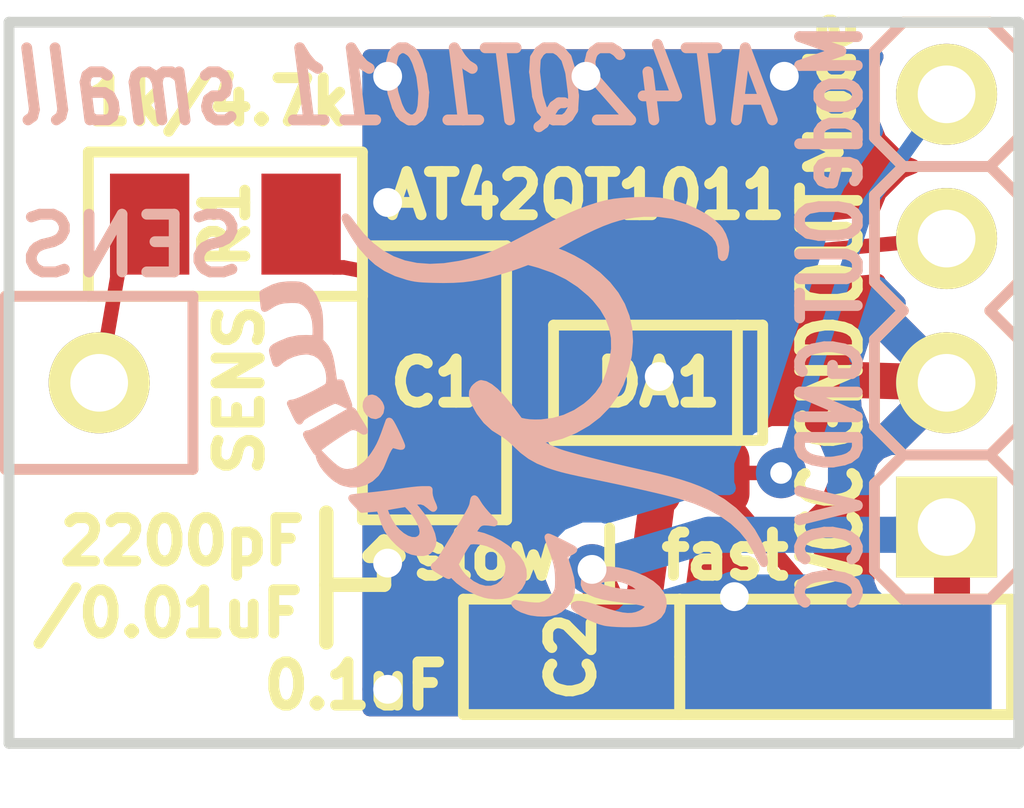
<source format=kicad_pcb>
(kicad_pcb (version 4) (host pcbnew "(2014-07-12 BZR 4289 GOST-COMMITTERS)-product")

  (general
    (links 13)
    (no_connects 0)
    (area 99.674999 48.655 115.746429 60.900001)
    (thickness 1.6)
    (drawings 18)
    (tracks 82)
    (zones 0)
    (modules 9)
    (nets 8)
  )

  (page A4)
  (layers
    (0 F.Cu signal)
    (31 B.Cu signal)
    (36 B.SilkS user)
    (37 F.SilkS user)
    (38 B.Mask user)
    (39 F.Mask user)
    (40 Dwgs.User user)
    (44 Edge.Cuts user)
  )

  (setup
    (last_trace_width 0.2)
    (trace_clearance 0.2)
    (zone_clearance 0.3)
    (zone_45_only no)
    (trace_min 0.2)
    (segment_width 0.1)
    (edge_width 0.15)
    (via_size 0.7)
    (via_drill 0.3)
    (via_min_size 0.7)
    (via_min_drill 0.3)
    (uvia_size 0.7)
    (uvia_drill 0.3)
    (uvias_allowed no)
    (uvia_min_size 0.508)
    (uvia_min_drill 0.127)
    (pcb_text_width 0.3)
    (pcb_text_size 1.5 1.5)
    (mod_edge_width 0.15)
    (mod_text_size 1.5 1.5)
    (mod_text_width 0.15)
    (pad_size 1.4 1.4)
    (pad_drill 0.8)
    (pad_to_mask_clearance 0.2)
    (aux_axis_origin 0 0)
    (visible_elements 7FFFF77F)
    (pcbplotparams
      (layerselection 0x010f0_80000001)
      (usegerberextensions true)
      (gerberprecision 5)
      (excludeedgelayer true)
      (linewidth 0.150000)
      (plotframeref false)
      (viasonmask false)
      (mode 1)
      (useauxorigin false)
      (hpglpennumber 1)
      (hpglpenspeed 20)
      (hpglpendiameter 15)
      (hpglpenoverlay 2)
      (psnegative false)
      (psa4output false)
      (plotreference true)
      (plotvalue true)
      (plotinvisibletext false)
      (padsonsilk false)
      (subtractmaskfromsilk false)
      (outputformat 1)
      (mirror false)
      (drillshape 0)
      (scaleselection 1)
      (outputdirectory Gerber/))
  )

  (net 0 "")
  (net 1 GND)
  (net 2 "Net-(E1-Pad1)")
  (net 3 "Net-(C1-Pad1)")
  (net 4 "Net-(C1-Pad2)")
  (net 5 /Out)
  (net 6 /mode)
  (net 7 /+VCC)

  (net_class Default "Это класс цепей по умолчанию."
    (clearance 0.2)
    (trace_width 0.2)
    (via_dia 0.7)
    (via_drill 0.3)
    (uvia_dia 0.7)
    (uvia_drill 0.3)
    (add_net /Out)
    (add_net /mode)
    (add_net "Net-(C1-Pad1)")
    (add_net "Net-(C1-Pad2)")
    (add_net "Net-(E1-Pad1)")
  )

  (net_class wide ""
    (clearance 0.2)
    (trace_width 0.5)
    (via_dia 0.9)
    (via_drill 0.4)
    (uvia_dia 0.7)
    (uvia_drill 0.3)
    (add_net /+VCC)
    (add_net GND)
  )

  (net_class "wide wide" ""
    (clearance 0.2)
    (trace_width 1)
    (via_dia 0.9)
    (via_drill 0.4)
    (uvia_dia 0.7)
    (uvia_drill 0.3)
  )

  (module Capacitors:CAP0805 (layer F.Cu) (tedit 59540EB7) (tstamp 59540B12)
    (at 105.9 55 270)
    (path /57D18E8A)
    (attr smd)
    (fp_text reference C1 (at 0 0 360) (layer F.SilkS)
      (effects (font (size 0.6 0.6) (thickness 0.15)))
    )
    (fp_text value 2200pF (at 2.2 3.5 360) (layer F.SilkS)
      (effects (font (size 0.6 0.6) (thickness 0.15)))
    )
    (fp_line (start -1.9 -1) (end 1.9 -1) (layer F.SilkS) (width 0.15))
    (fp_line (start 1.9 -1) (end 1.9 1) (layer F.SilkS) (width 0.15))
    (fp_line (start 1.9 1) (end -1.9 1) (layer F.SilkS) (width 0.15))
    (fp_line (start -1.9 1) (end -1.9 -1) (layer F.SilkS) (width 0.15))
    (pad 1 smd rect (at -1.05 0 270) (size 1.1 1.4) (layers F.Cu F.Mask)
      (net 3 "Net-(C1-Pad1)"))
    (pad 2 smd rect (at 1.05 0 270) (size 1.1 1.4) (layers F.Cu F.Mask)
      (net 4 "Net-(C1-Pad2)"))
    (model 3d\c_0805.wrl
      (at (xyz 0 0 0))
      (scale (xyz 1 1 1))
      (rotate (xyz 0 0 0))
    )
  )

  (module Capacitors:CAP0603 (layer F.Cu) (tedit 59540EC0) (tstamp 59540B1C)
    (at 107.8 58.8 180)
    (path /57D445EF)
    (attr smd)
    (fp_text reference C2 (at 0 0 270) (layer F.SilkS)
      (effects (font (size 0.6 0.6) (thickness 0.15)))
    )
    (fp_text value 0.1uF (at 3 -0.4 180) (layer F.SilkS)
      (effects (font (size 0.6 0.6) (thickness 0.15)))
    )
    (fp_line (start -1.5 -0.8) (end 1.5 -0.8) (layer F.SilkS) (width 0.15))
    (fp_line (start 1.5 -0.8) (end 1.5 0.8) (layer F.SilkS) (width 0.15))
    (fp_line (start 1.5 0.8) (end -1.5 0.8) (layer F.SilkS) (width 0.15))
    (fp_line (start -1.5 0.8) (end -1.5 -0.8) (layer F.SilkS) (width 0.15))
    (pad 1 smd rect (at -0.75 0 180) (size 0.9 1) (layers F.Cu F.Mask)
      (net 7 /+VCC))
    (pad 2 smd rect (at 0.75 0 180) (size 0.9 1) (layers F.Cu F.Mask)
      (net 1 GND))
    (model 3d\c_0603.wrl
      (at (xyz 0 0 0))
      (scale (xyz 1 1 1))
      (rotate (xyz 0 0 0))
    )
  )

  (module SOT:SOT23-6 (layer F.Cu) (tedit 59540E19) (tstamp 595412EA)
    (at 109 55 180)
    (path /57D18E63)
    (fp_text reference DA1 (at 0 0 180) (layer F.SilkS)
      (effects (font (size 0.6 0.6) (thickness 0.15)))
    )
    (fp_text value AT42QT1011 (at 1 2.6 180) (layer F.SilkS)
      (effects (font (size 0.6 0.6) (thickness 0.15)))
    )
    (fp_line (start -1.1 0.8) (end -1.1 -0.8) (layer F.SilkS) (width 0.15))
    (fp_line (start -1.45 0.8) (end -1.45 -0.8) (layer F.SilkS) (width 0.15))
    (fp_line (start -1.45 -0.8) (end 1.45 -0.8) (layer F.SilkS) (width 0.15))
    (fp_line (start 1.45 -0.8) (end 1.45 0.8) (layer F.SilkS) (width 0.15))
    (fp_line (start 1.45 0.8) (end -1.45 0.8) (layer F.SilkS) (width 0.15))
    (pad 1 smd rect (at -0.94996 1.30048 180) (size 0.635 1.09982) (layers F.Cu F.Mask)
      (net 5 /Out))
    (pad 2 smd oval (at 0 1.30048 180) (size 0.635 1.09982) (layers F.Cu F.Mask)
      (net 1 GND))
    (pad 3 smd oval (at 0.94996 1.30048 180) (size 0.635 1.09982) (layers F.Cu F.Mask)
      (net 3 "Net-(C1-Pad1)"))
    (pad 4 smd oval (at 0.94996 -1.30048 180) (size 0.635 1.09982) (layers F.Cu F.Mask)
      (net 4 "Net-(C1-Pad2)"))
    (pad 5 smd oval (at 0 -1.30048 180) (size 0.635 1.09982) (layers F.Cu F.Mask)
      (net 7 /+VCC))
    (pad 6 smd oval (at -0.94996 -1.30048 180) (size 0.635 1.09982) (layers F.Cu F.Mask)
      (net 6 /mode))
    (model 3d\sot23-6.wrl
      (at (xyz 0 0 0))
      (scale (xyz 1 1 1))
      (rotate (xyz 0 0 0))
    )
  )

  (module Connectors:PBS2-1Rnd (layer F.Cu) (tedit 5954304E) (tstamp 59540B38)
    (at 101.25 55)
    (descr "Single-line connector 2-pin")
    (path /595407DA)
    (fp_text reference E1 (at 0 -1.8) (layer F.SilkS) hide
      (effects (font (size 0.6 0.6) (thickness 0.15)))
    )
    (fp_text value SENS (at 1.95 0.1 90) (layer F.SilkS)
      (effects (font (size 0.6 0.6) (thickness 0.15)))
    )
    (fp_line (start -1.3 -1.2) (end -1.3 1.2) (layer B.SilkS) (width 0.15))
    (fp_line (start 1.3 -1.2) (end 1.3 1.2) (layer B.SilkS) (width 0.15))
    (fp_line (start -1.3 1.2) (end -1.3 -1.2) (layer F.SilkS) (width 0.15))
    (fp_line (start 1.3 1.2) (end -1.3 1.2) (layer F.SilkS) (width 0.15))
    (fp_line (start 1.3 1.2) (end 1.3 -1.2) (layer F.SilkS) (width 0.15))
    (fp_line (start 1.3 -1.2) (end -1.3 -1.2) (layer F.SilkS) (width 0.15))
    (fp_line (start -1.3 1.2) (end 1.3 1.2) (layer B.SilkS) (width 0.15))
    (fp_line (start -1.3 -1.2) (end 1.3 -1.2) (layer B.SilkS) (width 0.15))
    (pad 1 thru_hole circle (at 0 0) (size 1.4 1.4) (drill 0.8) (layers *.Cu *.Mask F.SilkS)
      (net 2 "Net-(E1-Pad1)"))
  )

  (module PCB_details:FuseSolder_x2_0603 (layer F.Cu) (tedit 59540E11) (tstamp 595411E5)
    (at 111.6 58.8)
    (path /595406F9)
    (attr smd)
    (fp_text reference fus1 (at 0 0) (layer F.SilkS) hide
      (effects (font (size 0.6 0.6) (thickness 0.15)))
    )
    (fp_text value "slow | fast" (at -3.4 -1.4) (layer F.SilkS)
      (effects (font (size 0.6 0.6) (thickness 0.15)))
    )
    (fp_line (start -1.5 0) (end 1.4 0) (layer F.Mask) (width 1.1))
    (fp_line (start 1.1 0.5) (end 1.1 -0.5) (layer F.Cu) (width 0.1))
    (fp_line (start 0.85 0.25) (end 1.1 0.5) (layer F.Cu) (width 0.1))
    (fp_line (start 1.1 0) (end 0.85 0.25) (layer F.Cu) (width 0.1))
    (fp_line (start 0.85 -0.25) (end 1.1 0) (layer F.Cu) (width 0.1))
    (fp_line (start 1.1 -0.5) (end 0.85 -0.25) (layer F.Cu) (width 0.1))
    (fp_line (start 1.05 -0.35) (end 1.05 -0.25) (layer F.Cu) (width 0.1))
    (fp_line (start 0.95 -0.25) (end 1.05 -0.35) (layer F.Cu) (width 0.1))
    (fp_line (start 1.05 -0.15) (end 0.95 -0.25) (layer F.Cu) (width 0.1))
    (fp_line (start 1.05 0.15) (end 1.05 0.3) (layer F.Cu) (width 0.1))
    (fp_line (start 0.95 0.25) (end 1.05 0.15) (layer F.Cu) (width 0.1))
    (fp_line (start 1.05 0.4) (end 0.95 0.25) (layer F.Cu) (width 0.1))
    (fp_line (start 0.4 -0.25) (end 0.65 -0.5) (layer F.Cu) (width 0.1))
    (fp_line (start 0.65 0) (end 0.4 -0.25) (layer F.Cu) (width 0.1))
    (fp_line (start 0.4 0.25) (end 0.65 0.5) (layer F.Cu) (width 0.1))
    (fp_line (start 0.65 0) (end 0.4 0.25) (layer F.Cu) (width 0.1))
    (fp_line (start 0.35 0.5) (end 0.65 0.5) (layer F.Cu) (width 0.1))
    (fp_line (start 0.35 -0.5) (end 0.35 0.5) (layer F.Cu) (width 0.1))
    (fp_line (start 0.65 -0.5) (end 0.35 -0.5) (layer F.Cu) (width 0.1))
    (fp_line (start 0.5 -0.45) (end 0.4 -0.35) (layer F.Cu) (width 0.1))
    (fp_line (start 0.4 -0.45) (end 0.5 -0.45) (layer F.Cu) (width 0.1))
    (fp_line (start 0.4 0.35) (end 0.45 0.4) (layer F.Cu) (width 0.1))
    (fp_line (start 0.4 0.45) (end 0.4 0.35) (layer F.Cu) (width 0.1))
    (fp_line (start 0.55 0.45) (end 0.4 0.45) (layer F.Cu) (width 0.1))
    (fp_line (start 0.45 0.1) (end 0.45 0) (layer F.Cu) (width 0.1))
    (fp_line (start 0.55 0) (end 0.45 0.1) (layer F.Cu) (width 0.1))
    (fp_line (start 0.4 -0.15) (end 0.55 0) (layer F.Cu) (width 0.1))
    (fp_line (start 0.4 0.2) (end 0.4 -0.15) (layer F.Cu) (width 0.1))
    (fp_line (start -1.05 0.2) (end -1.05 -0.15) (layer F.Cu) (width 0.1))
    (fp_line (start -1.05 -0.15) (end -0.9 0) (layer F.Cu) (width 0.1))
    (fp_line (start -0.9 0) (end -1 0.1) (layer F.Cu) (width 0.1))
    (fp_line (start -1 0.1) (end -1 0) (layer F.Cu) (width 0.1))
    (fp_line (start -0.9 0.45) (end -1.05 0.45) (layer F.Cu) (width 0.1))
    (fp_line (start -1.05 0.45) (end -1.05 0.35) (layer F.Cu) (width 0.1))
    (fp_line (start -1.05 0.35) (end -1 0.4) (layer F.Cu) (width 0.1))
    (fp_line (start -0.4 0.4) (end -0.5 0.25) (layer F.Cu) (width 0.1))
    (fp_line (start -0.5 0.25) (end -0.4 0.15) (layer F.Cu) (width 0.1))
    (fp_line (start -0.4 0.15) (end -0.4 0.3) (layer F.Cu) (width 0.1))
    (fp_line (start -0.4 -0.15) (end -0.5 -0.25) (layer F.Cu) (width 0.1))
    (fp_line (start -0.5 -0.25) (end -0.4 -0.35) (layer F.Cu) (width 0.1))
    (fp_line (start -0.4 -0.35) (end -0.4 -0.25) (layer F.Cu) (width 0.1))
    (fp_line (start -1.05 -0.45) (end -0.95 -0.45) (layer F.Cu) (width 0.1))
    (fp_line (start -0.95 -0.45) (end -1.05 -0.35) (layer F.Cu) (width 0.1))
    (fp_line (start -0.8 -0.5) (end -1.1 -0.5) (layer F.Cu) (width 0.1))
    (fp_line (start -1.1 -0.5) (end -1.1 0.5) (layer F.Cu) (width 0.1))
    (fp_line (start -1.1 0.5) (end -0.8 0.5) (layer F.Cu) (width 0.1))
    (fp_line (start -0.35 -0.5) (end -0.6 -0.25) (layer F.Cu) (width 0.1))
    (fp_line (start -0.6 -0.25) (end -0.35 0) (layer F.Cu) (width 0.1))
    (fp_line (start -0.35 0) (end -0.6 0.25) (layer F.Cu) (width 0.1))
    (fp_line (start -0.6 0.25) (end -0.35 0.5) (layer F.Cu) (width 0.1))
    (fp_line (start -0.35 0.5) (end -0.35 -0.5) (layer F.Cu) (width 0.1))
    (fp_line (start -0.8 0) (end -1.05 0.25) (layer F.Cu) (width 0.1))
    (fp_line (start -1.05 0.25) (end -0.8 0.5) (layer F.Cu) (width 0.1))
    (fp_line (start -0.8 0) (end -1.05 -0.25) (layer F.Cu) (width 0.1))
    (fp_line (start -1.05 -0.25) (end -0.8 -0.5) (layer F.Cu) (width 0.1))
    (fp_line (start -2.3 0) (end -2.3 -0.8) (layer F.SilkS) (width 0.15))
    (fp_line (start -2.3 -0.8) (end 2.3 -0.8) (layer F.SilkS) (width 0.15))
    (fp_line (start 2.3 -0.8) (end 2.3 0.8) (layer F.SilkS) (width 0.15))
    (fp_line (start 2.3 0.8) (end -2.3 0.8) (layer F.SilkS) (width 0.15))
    (fp_line (start -2.3 0.8) (end -2.3 0) (layer F.SilkS) (width 0.15))
    (pad 2 smd rect (at -1.55 0) (size 1 1.1) (layers F.Cu F.Mask)
      (net 1 GND))
    (pad 1 smd rect (at 0 0) (size 0.7 1.1) (layers F.Cu F.Mask)
      (net 6 /mode))
    (pad 3 smd rect (at 1.55 0) (size 0.9 1.1) (layers F.Cu F.Mask)
      (net 7 /+VCC))
  )

  (module Graphics:Eldalim_7x6_back (layer B.Cu) (tedit 59540A51) (tstamp 59540B88)
    (at 107 55.4)
    (path /57C01481)
    (fp_text reference Logo1 (at 0 0) (layer B.SilkS) hide
      (effects (font (thickness 0.3)) (justify mirror))
    )
    (fp_text value Eldalim (at 0.75 0) (layer B.SilkS) hide
      (effects (font (thickness 0.3)) (justify mirror))
    )
    (fp_poly (pts (xy 2.069162 2.686247) (xy 2.050066 2.759719) (xy 2.007782 2.821383) (xy 1.941901 2.871617)
      (xy 1.852012 2.910797) (xy 1.811421 2.92288) (xy 1.763138 2.931127) (xy 1.694925 2.936611)
      (xy 1.613439 2.93937) (xy 1.52534 2.939445) (xy 1.437285 2.936874) (xy 1.355935 2.931699)
      (xy 1.287946 2.923958) (xy 1.263316 2.919613) (xy 1.205612 2.904171) (xy 1.14183 2.881233)
      (xy 1.075736 2.852906) (xy 1.011099 2.821297) (xy 0.951686 2.788513) (xy 0.901265 2.75666)
      (xy 0.863603 2.727845) (xy 0.842467 2.704176) (xy 0.841625 2.687759) (xy 0.844457 2.685381)
      (xy 0.881571 2.673868) (xy 0.937232 2.675286) (xy 1.012681 2.689841) (xy 1.109158 2.717737)
      (xy 1.174453 2.739832) (xy 1.301647 2.782621) (xy 1.408538 2.813593) (xy 1.498608 2.833139)
      (xy 1.575341 2.841646) (xy 1.642221 2.839504) (xy 1.702733 2.827102) (xy 1.759598 2.805188)
      (xy 1.807489 2.777303) (xy 1.845297 2.745238) (xy 1.868947 2.713649) (xy 1.874366 2.687195)
      (xy 1.870226 2.678737) (xy 1.841383 2.659719) (xy 1.804006 2.647435) (xy 1.804006 2.496613)
      (xy 1.793521 2.480495) (xy 1.763216 2.453702) (xy 1.754571 2.446783) (xy 1.667764 2.386792)
      (xy 1.576172 2.342957) (xy 1.504606 2.319037) (xy 1.438519 2.305543) (xy 1.369184 2.300992)
      (xy 1.301632 2.304528) (xy 1.240889 2.315291) (xy 1.191984 2.332422) (xy 1.159945 2.355064)
      (xy 1.149684 2.37965) (xy 1.162431 2.405383) (xy 1.198191 2.430513) (xy 1.253244 2.45402)
      (xy 1.32387 2.474884) (xy 1.406348 2.492083) (xy 1.496959 2.504597) (xy 1.591981 2.511404)
      (xy 1.633196 2.512322) (xy 1.694116 2.511981) (xy 1.746372 2.510318) (xy 1.783352 2.507623)
      (xy 1.796925 2.505161) (xy 1.804006 2.496613) (xy 1.804006 2.647435) (xy 1.787224 2.64192)
      (xy 1.707363 2.625253) (xy 1.601412 2.609633) (xy 1.521099 2.60029) (xy 1.367475 2.580313)
      (xy 1.23916 2.556001) (xy 1.136414 2.527432) (xy 1.059494 2.494682) (xy 1.00866 2.45783)
      (xy 0.996831 2.443625) (xy 0.977132 2.394931) (xy 0.980769 2.343731) (xy 1.005257 2.29445)
      (xy 1.048109 2.251512) (xy 1.106839 2.219344) (xy 1.126632 2.212618) (xy 1.217721 2.196502)
      (xy 1.325467 2.19605) (xy 1.445235 2.210751) (xy 1.572394 2.240094) (xy 1.674712 2.273173)
      (xy 1.800775 2.327187) (xy 1.903509 2.388413) (xy 1.982283 2.456188) (xy 2.036465 2.529852)
      (xy 2.065424 2.608743) (xy 2.069162 2.686247) (xy 2.069162 2.686247)) (layer B.SilkS) (width 0.1))
    (fp_poly (pts (xy 0.828829 1.9144) (xy 0.81771 1.924752) (xy 0.789349 1.940695) (xy 0.768684 1.950412)
      (xy 0.736979 1.966246) (xy 0.716526 1.983544) (xy 0.707 2.006683) (xy 0.708075 2.040043)
      (xy 0.719426 2.088) (xy 0.740727 2.154932) (xy 0.751186 2.185737) (xy 0.785837 2.308501)
      (xy 0.799919 2.415888) (xy 0.793216 2.509857) (xy 0.765513 2.592368) (xy 0.716595 2.66538)
      (xy 0.696104 2.687379) (xy 0.634404 2.738086) (xy 0.570975 2.770903) (xy 0.568648 2.771712)
      (xy 0.501117 2.786533) (xy 0.41824 2.792495) (xy 0.329869 2.789678) (xy 0.245855 2.778163)
      (xy 0.20721 2.768778) (xy 0.118563 2.73818) (xy 0.056041 2.705558) (xy 0.025763 2.678995)
      (xy 0.015548 2.664205) (xy 0.022185 2.660131) (xy 0.05007 2.664596) (xy 0.053474 2.665282)
      (xy 0.133325 2.679341) (xy 0.213127 2.689694) (xy 0.285582 2.695659) (xy 0.343393 2.696552)
      (xy 0.366624 2.694586) (xy 0.446142 2.669603) (xy 0.516349 2.621723) (xy 0.57248 2.554396)
      (xy 0.581526 2.539029) (xy 0.599687 2.504319) (xy 0.611314 2.474359) (xy 0.617817 2.441556)
      (xy 0.620604 2.398321) (xy 0.621085 2.337063) (xy 0.621046 2.326105) (xy 0.619027 2.251126)
      (xy 0.612673 2.183839) (xy 0.600521 2.117585) (xy 0.581113 2.045708) (xy 0.552987 1.96155)
      (xy 0.523537 1.881726) (xy 0.502961 1.825997) (xy 0.487044 1.780214) (xy 0.477555 1.749652)
      (xy 0.475845 1.739604) (xy 0.488894 1.742965) (xy 0.520456 1.756241) (xy 0.56539 1.776888)
      (xy 0.618553 1.802358) (xy 0.674803 1.830105) (xy 0.729 1.857584) (xy 0.776001 1.882248)
      (xy 0.810665 1.901551) (xy 0.827849 1.912946) (xy 0.828829 1.9144) (xy 0.828829 1.9144)) (layer B.SilkS) (width 0.1))
    (fp_poly (pts (xy 0.130476 2.279364) (xy 0.112604 2.35823) (xy 0.072994 2.428289) (xy 0.013253 2.485768)
      (xy -0.065017 2.526891) (xy -0.065969 2.527205) (xy -0.065969 2.142104) (xy -0.083298 2.059609)
      (xy -0.123038 1.983185) (xy -0.183776 1.91557) (xy -0.264099 1.859503) (xy -0.35996 1.81856)
      (xy -0.42754 1.801488) (xy -0.498227 1.791154) (xy -0.563226 1.788318) (xy -0.613741 1.793738)
      (xy -0.621632 1.795978) (xy -0.639714 1.811793) (xy -0.667064 1.848741) (xy -0.701588 1.903751)
      (xy -0.734143 1.960843) (xy -0.819918 2.116847) (xy -0.782404 2.188498) (xy -0.750943 2.237461)
      (xy -0.708895 2.289039) (xy -0.677275 2.320941) (xy -0.58395 2.39254) (xy -0.490553 2.440452)
      (xy -0.398977 2.46427) (xy -0.31112 2.463587) (xy -0.228875 2.437996) (xy -0.20187 2.423143)
      (xy -0.147459 2.378299) (xy -0.104994 2.315865) (xy -0.104196 2.314346) (xy -0.072464 2.227929)
      (xy -0.065969 2.142104) (xy -0.065969 2.527205) (xy -0.085395 2.533617) (xy -0.164222 2.548258)
      (xy -0.255498 2.551409) (xy -0.347561 2.543131) (xy -0.401053 2.531984) (xy -0.494484 2.49991)
      (xy -0.590389 2.454466) (xy -0.682006 2.399805) (xy -0.762574 2.340076) (xy -0.825332 2.279431)
      (xy -0.83825 2.263564) (xy -0.860754 2.235983) (xy -0.873931 2.227797) (xy -0.883596 2.236369)
      (xy -0.88658 2.241627) (xy -0.898834 2.263473) (xy -0.903317 2.270494) (xy -0.915508 2.266391)
      (xy -0.943831 2.251713) (xy -0.981867 2.230251) (xy -1.0232 2.205801) (xy -1.061412 2.182153)
      (xy -1.090087 2.1631) (xy -1.10268 2.152663) (xy -1.096987 2.140124) (xy -1.077605 2.126353)
      (xy -1.050738 2.104296) (xy -1.022794 2.07028) (xy -1.016653 2.060839) (xy -1.002102 2.037062)
      (xy -0.975641 1.993849) (xy -0.93933 1.934561) (xy -0.895227 1.862559) (xy -0.845392 1.781205)
      (xy -0.791882 1.69386) (xy -0.77898 1.6728) (xy -0.715683 1.5688) (xy -0.665547 1.484711)
      (xy -0.627208 1.417998) (xy -0.599299 1.366125) (xy -0.580455 1.326558) (xy -0.56931 1.296761)
      (xy -0.564563 1.274783) (xy -0.558532 1.237804) (xy -0.551134 1.213793) (xy -0.548243 1.209927)
      (xy -0.537287 1.217365) (xy -0.518766 1.242767) (xy -0.501324 1.272354) (xy -0.475257 1.312641)
      (xy -0.436572 1.363332) (xy -0.391771 1.416145) (xy -0.369448 1.4404) (xy -0.274806 1.540033)
      (xy -0.351449 1.530457) (xy -0.416981 1.527088) (xy -0.465553 1.538457) (xy -0.50449 1.568124)
      (xy -0.541118 1.619646) (xy -0.543556 1.623772) (xy -0.585796 1.695847) (xy -0.530187 1.705061)
      (xy -0.42314 1.731547) (xy -0.313495 1.774357) (xy -0.206231 1.830262) (xy -0.106323 1.896033)
      (xy -0.018751 1.968443) (xy 0.051509 2.044262) (xy 0.094588 2.110309) (xy 0.125005 2.195465)
      (xy 0.130476 2.279364) (xy 0.130476 2.279364)) (layer B.SilkS) (width 0.1))
    (fp_poly (pts (xy 3.473824 2.083236) (xy 3.473422 2.08847) (xy 3.469487 2.105603) (xy 3.462082 2.104423)
      (xy 3.446918 2.082812) (xy 3.440261 2.072105) (xy 3.421534 2.038858) (xy 3.396017 1.989801)
      (xy 3.368077 1.933422) (xy 3.35642 1.909073) (xy 3.273874 1.765762) (xy 3.167466 1.633952)
      (xy 3.037607 1.513936) (xy 2.88471 1.406009) (xy 2.709189 1.310467) (xy 2.511456 1.227605)
      (xy 2.313087 1.163615) (xy 2.217527 1.137855) (xy 2.099116 1.108008) (xy 1.961292 1.07486)
      (xy 1.807494 1.039201) (xy 1.641159 1.001815) (xy 1.465726 0.963492) (xy 1.284633 0.925018)
      (xy 1.143 0.895683) (xy 1.009805 0.868196) (xy 0.899064 0.844758) (xy 0.806968 0.824419)
      (xy 0.729706 0.806231) (xy 0.663466 0.789247) (xy 0.604439 0.772518) (xy 0.548812 0.755095)
      (xy 0.492777 0.736031) (xy 0.472346 0.728789) (xy 0.341715 0.675093) (xy 0.228735 0.612062)
      (xy 0.124583 0.534097) (xy 0.037026 0.452528) (xy -0.024504 0.393981) (xy -0.0831 0.344566)
      (xy -0.132967 0.309027) (xy -0.150132 0.29927) (xy -0.273697 0.221943) (xy -0.381433 0.123506)
      (xy -0.472099 0.005256) (xy -0.528004 -0.095353) (xy -0.559559 -0.169751) (xy -0.573892 -0.228406)
      (xy -0.571029 -0.276006) (xy -0.550996 -0.317236) (xy -0.52939 -0.342232) (xy -0.495784 -0.369671)
      (xy -0.464008 -0.385809) (xy -0.4534 -0.387685) (xy -0.397009 -0.375421) (xy -0.331527 -0.339162)
      (xy -0.257871 -0.279706) (xy -0.176956 -0.197851) (xy -0.0897 -0.094395) (xy -0.036293 -0.024465)
      (xy 0.079035 0.131544) (xy 0.156491 0.147663) (xy 0.215527 0.155377) (xy 0.29279 0.158651)
      (xy 0.380083 0.15714) (xy 0.381 0.157099) (xy 0.54702 0.136386) (xy 0.707792 0.090414)
      (xy 0.860013 0.020588) (xy 1.000381 -0.071687) (xy 1.081757 -0.141201) (xy 1.169088 -0.233571)
      (xy 1.237972 -0.330654) (xy 1.293344 -0.440309) (xy 1.328709 -0.534737) (xy 1.375764 -0.707457)
      (xy 1.398232 -0.870178) (xy 1.395855 -1.023988) (xy 1.368376 -1.169973) (xy 1.315539 -1.30922)
      (xy 1.237087 -1.442816) (xy 1.132761 -1.571849) (xy 1.067817 -1.637872) (xy 0.913625 -1.768403)
      (xy 0.744734 -1.878399) (xy 0.559413 -1.968813) (xy 0.355933 -2.040597) (xy 0.315196 -2.052176)
      (xy 0.195918 -2.084866) (xy 0.070195 -2.037777) (xy -0.026541 -2.003734) (xy -0.136931 -1.968448)
      (xy -0.251692 -1.934638) (xy -0.361539 -1.905025) (xy -0.457188 -1.882328) (xy -0.468981 -1.879844)
      (xy -0.588292 -1.858365) (xy -0.707917 -1.843778) (xy -0.83489 -1.835569) (xy -0.976246 -1.833223)
      (xy -1.085697 -1.83475) (xy -1.181389 -1.837438) (xy -1.256224 -1.840776) (xy -1.31608 -1.845385)
      (xy -1.366838 -1.851887) (xy -1.414376 -1.860902) (xy -1.464574 -1.873052) (xy -1.475497 -1.875925)
      (xy -1.630889 -1.926594) (xy -1.768846 -1.992616) (xy -1.893872 -2.076953) (xy -2.010469 -2.182569)
      (xy -2.105509 -2.290287) (xy -2.142055 -2.33873) (xy -2.182205 -2.397258) (xy -2.223091 -2.461036)
      (xy -2.261849 -2.525228) (xy -2.295614 -2.584998) (xy -2.321521 -2.635508) (xy -2.336703 -2.671924)
      (xy -2.339474 -2.685192) (xy -2.335524 -2.698993) (xy -2.322742 -2.694648) (xy -2.299733 -2.670837)
      (xy -2.2651 -2.626238) (xy -2.238998 -2.590132) (xy -2.114749 -2.433455) (xy -1.981886 -2.301292)
      (xy -1.839697 -2.193396) (xy -1.687471 -2.109519) (xy -1.524497 -2.049415) (xy -1.350062 -2.012836)
      (xy -1.163457 -1.999535) (xy -0.963969 -2.009264) (xy -0.750886 -2.041776) (xy -0.695158 -2.05349)
      (xy -0.613989 -2.072039) (xy -0.54028 -2.090547) (xy -0.470946 -2.110303) (xy -0.402906 -2.132598)
      (xy -0.333075 -2.158724) (xy -0.258371 -2.18997) (xy -0.175711 -2.227628) (xy -0.082011 -2.272987)
      (xy 0.02581 -2.32734) (xy 0.150837 -2.391976) (xy 0.296153 -2.468186) (xy 0.298921 -2.469644)
      (xy 0.477885 -2.562242) (xy 0.637802 -2.641213) (xy 0.781808 -2.707854) (xy 0.913038 -2.763465)
      (xy 1.03463 -2.809342) (xy 1.149718 -2.846784) (xy 1.261438 -2.87709) (xy 1.311058 -2.888659)
      (xy 1.391097 -2.902546) (xy 1.488884 -2.913462) (xy 1.598041 -2.921244) (xy 1.712189 -2.925731)
      (xy 1.824949 -2.92676) (xy 1.929945 -2.924169) (xy 2.020796 -2.917795) (xy 2.086702 -2.908391)
      (xy 2.242574 -2.870365) (xy 2.38996 -2.821286) (xy 2.525501 -2.762871) (xy 2.645837 -2.696839)
      (xy 2.747608 -2.624908) (xy 2.827453 -2.548795) (xy 2.853356 -2.516388) (xy 2.895319 -2.443673)
      (xy 2.923942 -2.363241) (xy 2.936554 -2.284331) (xy 2.934523 -2.235583) (xy 2.925476 -2.184075)
      (xy 2.916143 -2.154222) (xy 2.904436 -2.141002) (xy 2.894375 -2.138948) (xy 2.882696 -2.151119)
      (xy 2.877582 -2.188189) (xy 2.877296 -2.20438) (xy 2.867607 -2.297314) (xy 2.837562 -2.379405)
      (xy 2.785695 -2.452585) (xy 2.710539 -2.518782) (xy 2.610626 -2.579926) (xy 2.580105 -2.595385)
      (xy 2.394032 -2.672529) (xy 2.203131 -2.724113) (xy 2.005907 -2.750374) (xy 1.800864 -2.751551)
      (xy 1.670702 -2.739978) (xy 1.563563 -2.723098) (xy 1.45522 -2.698081) (xy 1.342554 -2.663714)
      (xy 1.222446 -2.618781) (xy 1.09178 -2.562067) (xy 0.947435 -2.492359) (xy 0.786295 -2.408442)
      (xy 0.701842 -2.362635) (xy 0.627822 -2.322092) (xy 0.575023 -2.292528) (xy 0.54142 -2.271714)
      (xy 0.524989 -2.25742) (xy 0.523706 -2.247414) (xy 0.535547 -2.239466) (xy 0.558487 -2.231346)
      (xy 0.577207 -2.225309) (xy 0.692444 -2.180927) (xy 0.816485 -2.121702) (xy 0.93991 -2.052356)
      (xy 1.005501 -2.010692) (xy 1.163565 -1.89193) (xy 1.29797 -1.762188) (xy 1.408372 -1.622212)
      (xy 1.494424 -1.472744) (xy 1.55578 -1.314528) (xy 1.592096 -1.148309) (xy 1.603025 -0.974829)
      (xy 1.588221 -0.794833) (xy 1.583721 -0.767094) (xy 1.538561 -0.569309) (xy 1.474333 -0.390109)
      (xy 1.390598 -0.228899) (xy 1.286916 -0.085084) (xy 1.16285 0.041929) (xy 1.017958 0.152736)
      (xy 0.851803 0.247931) (xy 0.823797 0.261478) (xy 0.657417 0.328747) (xy 0.497035 0.370518)
      (xy 0.40216 0.38342) (xy 0.303005 0.391985) (xy 0.342002 0.423133) (xy 0.407373 0.466908)
      (xy 0.493986 0.511837) (xy 0.596609 0.555338) (xy 0.648368 0.574374) (xy 0.700669 0.591088)
      (xy 0.775571 0.612684) (xy 0.869567 0.638284) (xy 0.97915 0.667008) (xy 1.100812 0.697978)
      (xy 1.231045 0.730315) (xy 1.366344 0.763139) (xy 1.503199 0.795573) (xy 1.638103 0.826738)
      (xy 1.76755 0.855754) (xy 1.798053 0.86244) (xy 1.989845 0.906092) (xy 2.15838 0.948532)
      (xy 2.307041 0.99082) (xy 2.43921 1.03402) (xy 2.558271 1.079194) (xy 2.667605 1.127403)
      (xy 2.713789 1.149995) (xy 2.892416 1.253455) (xy 3.049647 1.372882) (xy 3.185438 1.508233)
      (xy 3.29974 1.65946) (xy 3.378779 1.798052) (xy 3.407982 1.862114) (xy 3.434166 1.929041)
      (xy 3.455253 1.992455) (xy 3.469165 2.045979) (xy 3.473824 2.083236) (xy 3.473824 2.083236)) (layer B.SilkS) (width 0.1))
    (fp_poly (pts (xy -1.112261 1.332343) (xy -1.117958 1.338971) (xy -1.138545 1.325659) (xy -1.168537 1.29927)
      (xy -1.227488 1.255499) (xy -1.285617 1.236153) (xy -1.348665 1.239739) (xy -1.372862 1.246107)
      (xy -1.428935 1.263315) (xy -1.353945 1.35021) (xy -1.282653 1.440226) (xy -1.22173 1.531879)
      (xy -1.173466 1.62078) (xy -1.140152 1.702538) (xy -1.124078 1.772762) (xy -1.122947 1.792995)
      (xy -1.131562 1.845821) (xy -1.154088 1.894464) (xy -1.185544 1.929366) (xy -1.197747 1.936568)
      (xy -1.257057 1.951442) (xy -1.257057 1.662822) (xy -1.265714 1.608935) (xy -1.290084 1.543136)
      (xy -1.326711 1.472147) (xy -1.372134 1.402692) (xy -1.42172 1.342731) (xy -1.490579 1.27001)
      (xy -1.641577 1.295117) (xy -1.702101 1.305691) (xy -1.752424 1.315444) (xy -1.786971 1.323232)
      (xy -1.799989 1.327638) (xy -1.80141 1.346038) (xy -1.791785 1.382631) (xy -1.772968 1.432191)
      (xy -1.74681 1.489492) (xy -1.732942 1.516783) (xy -1.681777 1.598296) (xy -1.621499 1.668323)
      (xy -1.555649 1.724646) (xy -1.487767 1.765048) (xy -1.421394 1.787312) (xy -1.360072 1.789221)
      (xy -1.319253 1.775816) (xy -1.280667 1.746336) (xy -1.26133 1.705843) (xy -1.257057 1.662822)
      (xy -1.257057 1.951442) (xy -1.257794 1.951627) (xy -1.330315 1.950873) (xy -1.406833 1.935104)
      (xy -1.46719 1.911241) (xy -1.531289 1.870578) (xy -1.59984 1.812776) (xy -1.665847 1.744861)
      (xy -1.722316 1.673856) (xy -1.753871 1.623407) (xy -1.775017 1.577889) (xy -1.798358 1.517996)
      (xy -1.819464 1.455261) (xy -1.823045 1.443328) (xy -1.839005 1.393251) (xy -1.853637 1.355107)
      (xy -1.864649 1.334568) (xy -1.867803 1.332578) (xy -1.885697 1.334665) (xy -1.923257 1.338117)
      (xy -1.973486 1.342305) (xy -1.992472 1.343805) (xy -2.105526 1.352611) (xy -2.178269 1.278215)
      (xy -2.211775 1.242545) (xy -2.235489 1.214569) (xy -2.245291 1.199234) (xy -2.245111 1.197979)
      (xy -2.230511 1.194875) (xy -2.193725 1.189917) (xy -2.139199 1.183623) (xy -2.071379 1.176514)
      (xy -2.010017 1.170539) (xy -1.912243 1.160421) (xy -1.802704 1.147618) (xy -1.693054 1.133578)
      (xy -1.594945 1.119746) (xy -1.569746 1.115891) (xy -1.489164 1.104201) (xy -1.409814 1.094327)
      (xy -1.339034 1.087072) (xy -1.284163 1.083239) (xy -1.267545 1.082842) (xy -1.176421 1.082842)
      (xy -1.17629 1.132973) (xy -1.170395 1.173716) (xy -1.155419 1.223967) (xy -1.142869 1.254617)
      (xy -1.120788 1.304612) (xy -1.112261 1.332343) (xy -1.112261 1.332343)) (layer B.SilkS) (width 0.1))
    (fp_poly (pts (xy -1.557261 0.478875) (xy -1.573032 0.479599) (xy -1.604245 0.47326) (xy -1.615702 0.470036)
      (xy -1.652195 0.460122) (xy -1.67838 0.454809) (xy -1.682109 0.454526) (xy -1.707992 0.46735)
      (xy -1.737382 0.504514) (xy -1.768978 0.564061) (xy -1.792791 0.620811) (xy -1.814557 0.675833)
      (xy -1.835396 0.726024) (xy -1.851578 0.762463) (xy -1.854613 0.768684) (xy -1.912334 0.856003)
      (xy -1.985496 0.924402) (xy -2.070343 0.972532) (xy -2.163119 0.999042) (xy -2.260068 1.002583)
      (xy -2.357433 0.981806) (xy -2.399632 0.96452) (xy -2.467908 0.923269) (xy -2.535229 0.867038)
      (xy -2.596766 0.801459) (xy -2.647689 0.732162) (xy -2.683166 0.664776) (xy -2.696872 0.618038)
      (xy -2.704928 0.568158) (xy -2.603365 0.670641) (xy -2.529771 0.74088) (xy -2.466891 0.791163)
      (xy -2.410728 0.823861) (xy -2.357288 0.841344) (xy -2.307865 0.84603) (xy -2.217092 0.832778)
      (xy -2.129223 0.793288) (xy -2.044862 0.72796) (xy -1.964613 0.637194) (xy -1.939033 0.601579)
      (xy -1.896526 0.535955) (xy -1.861135 0.472117) (xy -1.828814 0.40178) (xy -1.795517 0.31666)
      (xy -1.782946 0.282016) (xy -1.762844 0.225863) (xy -1.74563 0.177867) (xy -1.733614 0.144465)
      (xy -1.729705 0.133684) (xy -1.721573 0.13726) (xy -1.704231 0.162753) (xy -1.679189 0.207585)
      (xy -1.647957 0.269181) (xy -1.636467 0.292917) (xy -1.606834 0.35609) (xy -1.582537 0.410422)
      (xy -1.565433 0.451548) (xy -1.557382 0.475106) (xy -1.557261 0.478875) (xy -1.557261 0.478875)) (layer B.SilkS) (width 0.1))
    (fp_poly (pts (xy -2.072105 0.268465) (xy -2.081286 0.269726) (xy -2.10442 0.256923) (xy -2.116669 0.248107)
      (xy -2.173487 0.215514) (xy -2.22815 0.204071) (xy -2.274341 0.214455) (xy -2.321218 0.240817)
      (xy -2.378661 0.275856) (xy -2.442422 0.316667) (xy -2.50825 0.360345) (xy -2.571895 0.403983)
      (xy -2.62911 0.444677) (xy -2.675643 0.47952) (xy -2.707246 0.505607) (xy -2.719115 0.518572)
      (xy -2.737412 0.553492) (xy -2.78385 0.480615) (xy -2.816994 0.426794) (xy -2.845083 0.37783)
      (xy -2.865096 0.339264) (xy -2.874015 0.316635) (xy -2.874211 0.314821) (xy -2.862677 0.30943)
      (xy -2.838432 0.307473) (xy -2.814787 0.300473) (xy -2.771017 0.280308) (xy -2.709511 0.24823)
      (xy -2.632661 0.205492) (xy -2.542858 0.153347) (xy -2.532228 0.147052) (xy -2.455225 0.10172)
      (xy -2.385537 0.061353) (xy -2.326549 0.02786) (xy -2.281647 0.003147) (xy -2.254216 -0.010877)
      (xy -2.247507 -0.013369) (xy -2.232586 -0.002574) (xy -2.214251 0.024008) (xy -2.211008 0.030079)
      (xy -2.192863 0.062611) (xy -2.165515 0.108281) (xy -2.134478 0.157908) (xy -2.130455 0.16418)
      (xy -2.103162 0.208175) (xy -2.082699 0.244198) (xy -2.072598 0.265931) (xy -2.072105 0.268465)
      (xy -2.072105 0.268465)) (layer B.SilkS) (width 0.1))
    (fp_poly (pts (xy -2.290522 -0.084601) (xy -2.30392 -0.087759) (xy -2.334089 -0.100884) (xy -2.372324 -0.120016)
      (xy -2.416924 -0.141182) (xy -2.455924 -0.155727) (xy -2.477858 -0.1602) (xy -2.502202 -0.153786)
      (xy -2.544204 -0.136442) (xy -2.599145 -0.11069) (xy -2.662305 -0.079054) (xy -2.728963 -0.044058)
      (xy -2.794402 -0.008224) (xy -2.8539 0.025923) (xy -2.902739 0.055862) (xy -2.936198 0.079068)
      (xy -2.949088 0.091741) (xy -2.963735 0.11759) (xy -2.972114 0.129097) (xy -2.980738 0.121304)
      (xy -2.997534 0.093729) (xy -3.019854 0.051037) (xy -3.038634 0.011886) (xy -3.096846 -0.113632)
      (xy -3.049029 -0.121115) (xy -3.015638 -0.13047) (xy -2.966208 -0.149507) (xy -2.90552 -0.17585)
      (xy -2.838352 -0.207122) (xy -2.769485 -0.240946) (xy -2.703698 -0.274943) (xy -2.645772 -0.306738)
      (xy -2.600486 -0.333954) (xy -2.572621 -0.354213) (xy -2.566725 -0.36097) (xy -2.554388 -0.403947)
      (xy -2.551348 -0.462986) (xy -2.557192 -0.529238) (xy -2.571503 -0.593854) (xy -2.578625 -0.614948)
      (xy -2.623939 -0.705714) (xy -2.682873 -0.77352) (xy -2.75534 -0.818302) (xy -2.841255 -0.839996)
      (xy -2.883023 -0.842211) (xy -2.975202 -0.83252) (xy -3.070434 -0.805762) (xy -3.159588 -0.765409)
      (xy -3.233534 -0.71493) (xy -3.244984 -0.704602) (xy -3.272334 -0.681465) (xy -3.291428 -0.670461)
      (xy -3.295432 -0.670766) (xy -3.302356 -0.686347) (xy -3.313814 -0.720591) (xy -3.327424 -0.766334)
      (xy -3.328489 -0.770115) (xy -3.341536 -0.818552) (xy -3.345566 -0.850956) (xy -3.337266 -0.873876)
      (xy -3.313323 -0.89386) (xy -3.270426 -0.917456) (xy -3.248189 -0.928874) (xy -3.117104 -0.982765)
      (xy -2.984499 -1.010301) (xy -2.87414 -1.013515) (xy -2.814543 -1.011111) (xy -2.776043 -1.013806)
      (xy -2.754021 -1.026174) (xy -2.743856 -1.052792) (xy -2.740929 -1.098235) (xy -2.740709 -1.145684)
      (xy -2.749767 -1.261079) (xy -2.776996 -1.360252) (xy -2.82167 -1.441617) (xy -2.883058 -1.503589)
      (xy -2.914316 -1.523825) (xy -2.947481 -1.540428) (xy -2.979376 -1.550341) (xy -3.018436 -1.555064)
      (xy -3.073097 -1.556097) (xy -3.09479 -1.555899) (xy -3.185158 -1.550747) (xy -3.258906 -1.536071)
      (xy -3.325261 -1.509179) (xy -3.389981 -1.469779) (xy -3.424282 -1.447766) (xy -3.448846 -1.43496)
      (xy -3.456657 -1.433569) (xy -3.460447 -1.448712) (xy -3.465245 -1.483531) (xy -3.470116 -1.531038)
      (xy -3.470909 -1.540173) (xy -3.479436 -1.641052) (xy -3.420797 -1.674597) (xy -3.330668 -1.71838)
      (xy -3.239787 -1.744977) (xy -3.138536 -1.756795) (xy -3.088105 -1.757934) (xy -3.026004 -1.757166)
      (xy -2.982617 -1.753821) (xy -2.949941 -1.746356) (xy -2.919973 -1.733234) (xy -2.899259 -1.72159)
      (xy -2.836079 -1.670191) (xy -2.78215 -1.595343) (xy -2.736847 -1.496118) (xy -2.725623 -1.463842)
      (xy -2.712929 -1.421182) (xy -2.704099 -1.379495) (xy -2.698408 -1.332249) (xy -2.695132 -1.272912)
      (xy -2.693546 -1.194952) (xy -2.693337 -1.172704) (xy -2.691745 -0.975144) (xy -2.642554 -0.924768)
      (xy -2.607842 -0.881481) (xy -2.579454 -0.827484) (xy -2.556098 -0.758886) (xy -2.53648 -0.671795)
      (xy -2.519308 -0.562319) (xy -2.517453 -0.548286) (xy -2.50767 -0.476517) (xy -2.499647 -0.427646)
      (xy -2.492413 -0.397974) (xy -2.484998 -0.383801) (xy -2.476432 -0.381429) (xy -2.473907 -0.382284)
      (xy -2.427641 -0.397406) (xy -2.400422 -0.395632) (xy -2.392947 -0.380749) (xy -2.388153 -0.359155)
      (xy -2.375195 -0.31914) (xy -2.356207 -0.266956) (xy -2.339239 -0.22346) (xy -2.317855 -0.168646)
      (xy -2.301473 -0.12372) (xy -2.291946 -0.093961) (xy -2.290522 -0.084601) (xy -2.290522 -0.084601)) (layer B.SilkS) (width 0.1))
    (fp_poly (pts (xy -1.844842 -0.051101) (xy -1.85455 0.002834) (xy -1.880434 0.038294) (xy -1.917638 0.053307)
      (xy -1.961304 0.045904) (xy -2.006292 0.014396) (xy -2.035195 -0.027838) (xy -2.047163 -0.074821)
      (xy -2.043436 -0.120331) (xy -2.025253 -0.158143) (xy -1.993857 -0.182036) (xy -1.966111 -0.187158)
      (xy -1.930467 -0.175674) (xy -1.894001 -0.146437) (xy -1.863683 -0.107269) (xy -1.846487 -0.065993)
      (xy -1.844842 -0.051101) (xy -1.844842 -0.051101)) (layer B.SilkS) (width 0.1))
  )

  (module Resistors:RES0805 (layer F.Cu) (tedit 59540C32) (tstamp 59540B93)
    (at 103 52.8)
    (path /57D19022)
    (attr smd)
    (fp_text reference R1 (at 0 0 90) (layer F.SilkS)
      (effects (font (size 0.6 0.6) (thickness 0.15)))
    )
    (fp_text value 1k/4.7k (at -0.1 -1.7) (layer F.SilkS)
      (effects (font (size 0.6 0.6) (thickness 0.15)))
    )
    (fp_line (start -1.9 0) (end -1.9 -1) (layer F.SilkS) (width 0.15))
    (fp_line (start -1.9 -1) (end 1.9 -1) (layer F.SilkS) (width 0.15))
    (fp_line (start 1.9 -1) (end 1.9 1) (layer F.SilkS) (width 0.15))
    (fp_line (start 1.9 1) (end -1.9 1) (layer F.SilkS) (width 0.15))
    (fp_line (start -1.9 1) (end -1.9 -0.2) (layer F.SilkS) (width 0.15))
    (pad 1 smd rect (at -1.05 0) (size 1.1 1.4) (layers F.Cu F.Mask)
      (net 2 "Net-(E1-Pad1)"))
    (pad 2 smd rect (at 1.05 0) (size 1.1 1.4) (layers F.Cu F.Mask)
      (net 3 "Net-(C1-Pad1)"))
    (model 3d\r_0805.wrl
      (at (xyz 0 0 0))
      (scale (xyz 1 1 1))
      (rotate (xyz 0 0 0))
    )
  )

  (module Connectors:for_SENS_PLS2-3 (layer F.Cu) (tedit 5A120735) (tstamp 59540BC8)
    (at 113 57 90)
    (descr "Single-line connector 2-pin")
    (path /595405DA)
    (fp_text reference XP1 (at 0 1.6 90) (layer F.SilkS) hide
      (effects (font (size 0.6 0.6) (thickness 0.15)))
    )
    (fp_text value Out (at 4 1.6 90) (layer F.SilkS) hide
      (effects (font (size 0.6 0.6) (thickness 0.15)))
    )
    (fp_text user OUT (at 3.9 -1.6 90) (layer F.SilkS)
      (effects (font (size 0.8 0.6) (thickness 0.15)))
    )
    (fp_text user GND (at 2 -1.6 90) (layer F.SilkS)
      (effects (font (size 0.8 0.6) (thickness 0.15)))
    )
    (fp_text user VCC (at 0 -1.6 90) (layer F.SilkS)
      (effects (font (size 0.8 0.6) (thickness 0.15)))
    )
    (fp_line (start 5 0.6) (end 4.6 1) (layer F.SilkS) (width 0.15))
    (fp_line (start 3.4 1) (end 3 0.6) (layer F.SilkS) (width 0.15))
    (fp_line (start 4.6 1) (end 3.4 1) (layer F.SilkS) (width 0.15))
    (fp_line (start 5 -0.6) (end 5 0.6) (layer F.SilkS) (width 0.15))
    (fp_line (start 4.6 -1) (end 5 -0.6) (layer F.SilkS) (width 0.15))
    (fp_line (start 3.4 -1) (end 4.6 -1) (layer F.SilkS) (width 0.15))
    (fp_line (start 3 -0.6) (end 3.4 -1) (layer F.SilkS) (width 0.15))
    (fp_line (start 3 -0.6) (end 3.4 -1) (layer B.SilkS) (width 0.15))
    (fp_line (start 3.4 -1) (end 4.6 -1) (layer B.SilkS) (width 0.15))
    (fp_line (start 4.6 -1) (end 5 -0.6) (layer B.SilkS) (width 0.15))
    (fp_line (start 5 -0.6) (end 5 0.6) (layer B.SilkS) (width 0.15))
    (fp_line (start 4.6 1) (end 3.4 1) (layer B.SilkS) (width 0.15))
    (fp_line (start 3.4 1) (end 3 0.6) (layer B.SilkS) (width 0.15))
    (fp_line (start 5 0.6) (end 4.6 1) (layer B.SilkS) (width 0.15))
    (fp_line (start -1 0.6) (end -1 -0.6) (layer B.SilkS) (width 0.15))
    (fp_line (start -1 -0.6) (end -0.6 -1) (layer B.SilkS) (width 0.15))
    (fp_line (start -0.6 -1) (end 0.6 -1) (layer B.SilkS) (width 0.15))
    (fp_line (start 0.6 -1) (end 1 -0.6) (layer B.SilkS) (width 0.15))
    (fp_line (start 1 -0.6) (end 1 0.6) (layer B.SilkS) (width 0.15))
    (fp_line (start 0.6 1) (end -0.6 1) (layer B.SilkS) (width 0.15))
    (fp_line (start -0.6 1) (end -1 0.6) (layer B.SilkS) (width 0.15))
    (fp_line (start 1 0.6) (end 0.6 1) (layer B.SilkS) (width 0.15))
    (fp_line (start 3 0.6) (end 2.6 1) (layer B.SilkS) (width 0.15))
    (fp_line (start 1.4 1) (end 1 0.6) (layer B.SilkS) (width 0.15))
    (fp_line (start 2.6 1) (end 1.4 1) (layer B.SilkS) (width 0.15))
    (fp_line (start 2.6 -1) (end 3 -0.6) (layer B.SilkS) (width 0.15))
    (fp_line (start 1.4 -1) (end 2.6 -1) (layer B.SilkS) (width 0.15))
    (fp_line (start 1 -0.6) (end 1.4 -1) (layer B.SilkS) (width 0.15))
    (fp_line (start -1 0.6) (end -1 -0.6) (layer F.SilkS) (width 0.15))
    (fp_line (start -1 -0.6) (end -0.6 -1) (layer F.SilkS) (width 0.15))
    (fp_line (start -0.6 -1) (end 0.6 -1) (layer F.SilkS) (width 0.15))
    (fp_line (start 0.6 1) (end -0.6 1) (layer F.SilkS) (width 0.15))
    (fp_line (start -0.6 1) (end -1 0.6) (layer F.SilkS) (width 0.15))
    (fp_line (start 1 0.6) (end 0.6 1) (layer F.SilkS) (width 0.15))
    (fp_line (start 1 -0.6) (end 0.6 -1) (layer F.SilkS) (width 0.15))
    (fp_line (start 1 0.6) (end 1 -0.6) (layer F.SilkS) (width 0.15))
    (fp_line (start 1 -0.6) (end 1.4 -1) (layer F.SilkS) (width 0.15))
    (fp_line (start 1.4 -1) (end 2.6 -1) (layer F.SilkS) (width 0.15))
    (fp_line (start 2.6 -1) (end 3 -0.6) (layer F.SilkS) (width 0.15))
    (fp_line (start 2.6 1) (end 1.4 1) (layer F.SilkS) (width 0.15))
    (fp_line (start 1.4 1) (end 1 0.6) (layer F.SilkS) (width 0.15))
    (fp_line (start 3 0.6) (end 2.6 1) (layer F.SilkS) (width 0.15))
    (fp_text user 1 (at -1.5 0 90) (layer F.SilkS) hide
      (effects (font (size 1.5 1) (thickness 0.15)))
    )
    (pad 3 thru_hole circle (at 4 0 90) (size 1.4 1.4) (drill 0.8) (layers *.Cu *.Mask F.SilkS)
      (net 5 /Out))
    (pad 1 thru_hole rect (at 0 0 90) (size 1.4 1.4) (drill 0.8) (layers *.Cu *.Mask F.SilkS)
      (net 7 /+VCC))
    (pad 2 thru_hole circle (at 2 0 90) (size 1.4 1.4) (drill 0.8) (layers *.Cu *.Mask F.SilkS)
      (net 1 GND) (zone_connect 1))
  )

  (module Connectors:PLS2-1Rnd (layer F.Cu) (tedit 59542EF5) (tstamp 59542EEC)
    (at 113 51)
    (descr "Single-line connector 2-pin")
    (path /59542E66)
    (fp_text reference XP2 (at 0 -1.5) (layer F.SilkS) hide
      (effects (font (size 0.6 0.6) (thickness 0.15)))
    )
    (fp_text value Mode (at -1.6 0 90) (layer F.SilkS)
      (effects (font (size 0.6 0.6) (thickness 0.15)))
    )
    (fp_line (start -1 0.6) (end -1 -0.6) (layer B.SilkS) (width 0.15))
    (fp_line (start -1 -0.6) (end -0.6 -1) (layer B.SilkS) (width 0.15))
    (fp_line (start -0.6 -1) (end 0.6 -1) (layer B.SilkS) (width 0.15))
    (fp_line (start 0.6 -1) (end 1 -0.6) (layer B.SilkS) (width 0.15))
    (fp_line (start 1 -0.6) (end 1 0.6) (layer B.SilkS) (width 0.15))
    (fp_line (start 0.6 1) (end -0.6 1) (layer B.SilkS) (width 0.15))
    (fp_line (start -0.6 1) (end -1 0.6) (layer B.SilkS) (width 0.15))
    (fp_line (start 1 0.6) (end 0.6 1) (layer B.SilkS) (width 0.15))
    (fp_line (start -1 0.6) (end -1 -0.6) (layer F.SilkS) (width 0.15))
    (fp_line (start -1 -0.6) (end -0.6 -1) (layer F.SilkS) (width 0.15))
    (fp_line (start -0.6 -1) (end 0.6 -1) (layer F.SilkS) (width 0.15))
    (fp_line (start 0.6 1) (end -0.6 1) (layer F.SilkS) (width 0.15))
    (fp_line (start -0.6 1) (end -1 0.6) (layer F.SilkS) (width 0.15))
    (fp_line (start 1 0.6) (end 0.6 1) (layer F.SilkS) (width 0.15))
    (fp_line (start 1 -0.6) (end 0.6 -1) (layer F.SilkS) (width 0.15))
    (fp_line (start 1 0.6) (end 1 -0.6) (layer F.SilkS) (width 0.15))
    (pad 1 thru_hole circle (at 0 0) (size 1.4 1.4) (drill 0.8) (layers *.Cu *.Mask F.SilkS)
      (net 6 /mode))
  )

  (gr_text Mode (at 111.4 51.2 90) (layer B.SilkS)
    (effects (font (size 0.8 0.6) (thickness 0.15)) (justify mirror))
  )
  (gr_line (start 104.9 50) (end 104.9 60) (angle 90) (layer Dwgs.User) (width 0.1))
  (gr_text OUT (at 111.4 53.3 90) (layer B.SilkS)
    (effects (font (size 0.8 0.6) (thickness 0.15)) (justify mirror))
  )
  (gr_text GND (at 111.4 55.3 90) (layer B.SilkS)
    (effects (font (size 0.8 0.6) (thickness 0.15)) (justify mirror))
  )
  (gr_text VCC (at 111.4 57.3 90) (layer B.SilkS)
    (effects (font (size 0.8 0.6) (thickness 0.15)) (justify mirror))
  )
  (gr_line (start 105.4 57.4) (end 105.2 57.2) (angle 90) (layer F.SilkS) (width 0.2))
  (gr_line (start 105 57.4) (end 105.4 57.4) (angle 90) (layer F.SilkS) (width 0.2))
  (gr_line (start 105.2 57.2) (end 105 57.4) (angle 90) (layer F.SilkS) (width 0.2))
  (gr_line (start 105.2 57.8) (end 105.2 57.2) (angle 90) (layer F.SilkS) (width 0.2))
  (gr_line (start 104.4 57.8) (end 105.2 57.8) (angle 90) (layer F.SilkS) (width 0.2))
  (gr_line (start 104.4 56.8) (end 104.4 58.6) (angle 90) (layer F.SilkS) (width 0.2))
  (gr_text /0.01uF (at 102.2 58.2) (layer F.SilkS)
    (effects (font (size 0.6 0.6) (thickness 0.15)))
  )
  (gr_text SENS (at 101.7 53.1) (layer B.SilkS)
    (effects (font (size 0.8 0.8) (thickness 0.15)) (justify mirror))
  )
  (gr_text "AT42QT1011 small" (at 105.4 50.9) (layer B.SilkS)
    (effects (font (size 1 0.75) (thickness 0.15) italic) (justify mirror))
  )
  (gr_line (start 100 60) (end 100 50) (angle 90) (layer Edge.Cuts) (width 0.15))
  (gr_line (start 114 50) (end 100 50) (angle 90) (layer Edge.Cuts) (width 0.15))
  (gr_line (start 114 60) (end 100 60) (angle 90) (layer Edge.Cuts) (width 0.15))
  (gr_line (start 114 50) (end 114 60) (angle 90) (layer Edge.Cuts) (width 0.15))

  (segment (start 110.05 58.8) (end 110.058 58.5) (width 0.5) (layer F.Cu) (net 1))
  (segment (start 110.058 58.5) (end 110.058 58.25) (width 0.5) (layer F.Cu) (net 1))
  (segment (start 110.058 58.25) (end 110.058 57.965) (width 0.5) (layer F.Cu) (net 1))
  (segment (start 113 55) (end 109.0306 54.8777) (width 0.5) (layer F.Cu) (net 1))
  (segment (start 109.0306 54.8777) (end 109.016 54.8777) (width 0.5) (layer F.Cu) (net 1))
  (segment (start 107.05 58.8) (end 106.85 59.05) (width 0.5) (layer F.Cu) (net 1))
  (segment (start 106.85 59.05) (end 106.6 59.05) (width 0.5) (layer F.Cu) (net 1))
  (segment (start 106.6 59.05) (end 106.4964 59.05) (width 0.5) (layer F.Cu) (net 1))
  (segment (start 106.4964 59.05) (end 105.25 59.25) (width 0.5) (layer F.Cu) (net 1))
  (segment (start 109.016 54.9129) (end 109.016 54.8777) (width 0.5) (layer F.Cu) (net 1))
  (segment (start 109.016 54.8777) (end 109 53.9319) (width 0.5) (layer F.Cu) (net 1))
  (segment (start 109 53.9319) (end 109 53.6995) (width 0.5) (layer F.Cu) (net 1))
  (segment (start 105.25 57.5) (end 105.25 52.5) (width 0.5) (layer B.Cu) (net 1))
  (segment (start 105.25 57.5) (end 109.016 54.9129) (width 0.5) (layer B.Cu) (net 1))
  (segment (start 110.058 57.965) (end 108.4568 58.4874) (width 0.5) (layer B.Cu) (net 1))
  (segment (start 108.4568 58.4874) (end 105.25 59.25) (width 0.5) (layer B.Cu) (net 1))
  (segment (start 105.25 59.25) (end 105.25 57.5) (width 0.5) (layer B.Cu) (net 1))
  (segment (start 108 50.75) (end 110.75 50.75) (width 0.5) (layer B.Cu) (net 1))
  (segment (start 105.25 50.75) (end 108 50.75) (width 0.5) (layer B.Cu) (net 1))
  (segment (start 105.25 52.5) (end 105.25 50.75) (width 0.5) (layer B.Cu) (net 1))
  (via (at 110.75 50.75) (size 0.7) (layers F.Cu B.Cu) (net 1))
  (via (at 108 50.75) (size 0.7) (layers F.Cu B.Cu) (net 1))
  (via (at 105.25 50.75) (size 0.7) (layers F.Cu B.Cu) (net 1))
  (via (at 105.25 52.5) (size 0.7) (layers F.Cu B.Cu) (net 1))
  (via (at 105.25 57.5) (size 0.7) (layers F.Cu B.Cu) (net 1))
  (via (at 110.058 57.965) (size 0.7) (layers F.Cu B.Cu) (net 1))
  (via (at 109.016 54.9129) (size 0.7) (layers F.Cu B.Cu) (net 1))
  (via (at 105.25 59.25) (size 0.7) (layers F.Cu B.Cu) (net 1))
  (segment (start 101.25 55) (end 101.5 53.5414) (width 0.2) (layer F.Cu) (net 2))
  (segment (start 101.5 53.5414) (end 101.5 53.5) (width 0.2) (layer F.Cu) (net 2))
  (segment (start 101.5 53.5) (end 101.5 53.4) (width 0.2) (layer F.Cu) (net 2))
  (segment (start 101.5 53.4) (end 101.95 52.8) (width 0.2) (layer F.Cu) (net 2))
  (segment (start 104.05 52.8) (end 104.5 53.4) (width 0.2) (layer F.Cu) (net 3))
  (segment (start 104.5 53.4) (end 104.6 53.4) (width 0.2) (layer F.Cu) (net 3))
  (segment (start 104.6 53.4) (end 104.6414 53.4) (width 0.2) (layer F.Cu) (net 3))
  (segment (start 104.6414 53.4) (end 105.1586 53.5) (width 0.2) (layer F.Cu) (net 3))
  (segment (start 105.1586 53.5) (end 105.2 53.5) (width 0.2) (layer F.Cu) (net 3))
  (segment (start 105.2 53.5) (end 105.3 53.5) (width 0.2) (layer F.Cu) (net 3))
  (segment (start 105.3 53.5) (end 105.9 53.95) (width 0.2) (layer F.Cu) (net 3))
  (segment (start 105.9 53.95) (end 106.5 53.8247) (width 0.2) (layer F.Cu) (net 3))
  (segment (start 106.5 53.8247) (end 106.6 53.8247) (width 0.2) (layer F.Cu) (net 3))
  (segment (start 106.6 53.8247) (end 108.05 53.8247) (width 0.2) (layer F.Cu) (net 3))
  (segment (start 108.05 53.8247) (end 108.05 53.6995) (width 0.2) (layer F.Cu) (net 3))
  (segment (start 105.9 56.05) (end 106.5 56.1752) (width 0.2) (layer F.Cu) (net 4))
  (segment (start 106.5 56.1752) (end 106.6 56.1752) (width 0.2) (layer F.Cu) (net 4))
  (segment (start 106.6 56.1752) (end 108.05 56.1752) (width 0.2) (layer F.Cu) (net 4))
  (segment (start 108.05 56.1752) (end 108.05 56.3005) (width 0.2) (layer F.Cu) (net 4))
  (segment (start 109.95 53.6995) (end 110.1675 53.2496) (width 0.2) (layer F.Cu) (net 5))
  (segment (start 110.1675 53.2496) (end 110.2675 53.2496) (width 0.2) (layer F.Cu) (net 5))
  (segment (start 110.2675 53.2496) (end 110.3089 53.2496) (width 0.2) (layer F.Cu) (net 5))
  (segment (start 110.3089 53.2496) (end 113 53) (width 0.2) (layer F.Cu) (net 5))
  (segment (start 111.6 58.8) (end 111.35 58.35) (width 0.2) (layer F.Cu) (net 6))
  (segment (start 111.35 58.35) (end 111.35 58.25) (width 0.2) (layer F.Cu) (net 6))
  (segment (start 111.35 58.25) (end 111.35 58.2086) (width 0.2) (layer F.Cu) (net 6))
  (segment (start 111.35 58.2086) (end 109.9554 56.5608) (width 0.2) (layer F.Cu) (net 6))
  (segment (start 109.9554 56.5608) (end 109.95 56.5329) (width 0.2) (layer F.Cu) (net 6))
  (segment (start 109.95 56.5329) (end 109.95 56.3005) (width 0.2) (layer F.Cu) (net 6))
  (segment (start 109.95 56.3005) (end 109.95 56.2501) (width 0.2) (layer F.Cu) (net 6))
  (segment (start 109.95 56.2501) (end 110.7055 56.2501) (width 0.2) (layer F.Cu) (net 6))
  (segment (start 110.7055 56.2501) (end 111.8999 52.5443) (width 0.2) (layer B.Cu) (net 6))
  (segment (start 111.8999 52.5443) (end 113 51) (width 0.2) (layer B.Cu) (net 6))
  (via (at 110.7055 56.2501) (size 0.7) (layers F.Cu B.Cu) (net 6))
  (segment (start 113.15 58.8) (end 113.075 58.5) (width 0.5) (layer F.Cu) (net 7))
  (segment (start 113.075 58.5) (end 113.075 58.25) (width 0.5) (layer F.Cu) (net 7))
  (segment (start 113.075 58.25) (end 113.075 57.7) (width 0.5) (layer F.Cu) (net 7))
  (segment (start 113.075 57.7) (end 113.075 57.45) (width 0.5) (layer F.Cu) (net 7))
  (segment (start 113.075 57.45) (end 113 57) (width 0.5) (layer F.Cu) (net 7))
  (segment (start 108.084 57.5873) (end 108.35 58.1964) (width 0.5) (layer F.Cu) (net 7))
  (segment (start 108.35 58.1964) (end 108.35 58.3) (width 0.5) (layer F.Cu) (net 7))
  (segment (start 108.35 58.3) (end 108.35 58.55) (width 0.5) (layer F.Cu) (net 7))
  (segment (start 108.35 58.55) (end 108.55 58.8) (width 0.5) (layer F.Cu) (net 7))
  (segment (start 108.55 58.8) (end 108.75 58.55) (width 0.5) (layer F.Cu) (net 7))
  (segment (start 108.75 58.55) (end 108.75 58.3) (width 0.5) (layer F.Cu) (net 7))
  (segment (start 108.75 58.3) (end 108.75 58.1964) (width 0.5) (layer F.Cu) (net 7))
  (segment (start 108.75 58.1964) (end 108.821 57.8926) (width 0.5) (layer F.Cu) (net 7))
  (segment (start 108.821 57.8926) (end 109 56.5329) (width 0.5) (layer F.Cu) (net 7))
  (segment (start 109 56.5329) (end 109 56.3005) (width 0.5) (layer F.Cu) (net 7))
  (segment (start 113 57) (end 112.55 57.1075) (width 0.5) (layer B.Cu) (net 7))
  (segment (start 112.55 57.1075) (end 112.3 57.1075) (width 0.5) (layer B.Cu) (net 7))
  (segment (start 112.3 57.1075) (end 109.7028 57.1075) (width 0.5) (layer B.Cu) (net 7))
  (segment (start 109.7028 57.1075) (end 108.084 57.5873) (width 0.5) (layer B.Cu) (net 7))
  (via (at 108.084 57.5873) (size 0.7) (layers F.Cu B.Cu) (net 7))

  (zone (net 1) (net_name GND) (layer F.Cu) (tstamp 59542FFB) (hatch edge 0.508)
    (connect_pads yes (clearance 0.3))
    (min_thickness 0.2)
    (fill yes (arc_segments 16) (thermal_gap 0.5) (thermal_bridge_width 0.5))
    (polygon
      (pts
        (xy 114 50) (xy 104.9 50) (xy 104.9 60.5) (xy 114 60.5)
      )
    )
    (filled_polygon
      (pts
        (xy 107.76024 59.525) (xy 105 59.525) (xy 105 56.950114) (xy 105.120435 57) (xy 105.279565 57)
        (xy 106.679565 57) (xy 106.826582 56.939104) (xy 106.939104 56.826582) (xy 107 56.679565) (xy 107 56.6752)
        (xy 107.357145 56.6752) (xy 107.387156 56.826075) (xy 107.542691 57.058849) (xy 107.54814 57.06249) (xy 107.448552 57.161905)
        (xy 107.334131 57.437461) (xy 107.33387 57.73583) (xy 107.447811 58.011586) (xy 107.647266 58.21139) (xy 107.7 58.33214)
        (xy 107.7 58.379565) (xy 107.7 58.55) (xy 107.7 59.379565) (xy 107.76024 59.525)
      )
    )
    (filled_polygon
      (pts
        (xy 110.407103 57.868478) (xy 110.327792 57.884254) (xy 110.181802 57.981802) (xy 110.084254 58.127792) (xy 110.05 58.3)
        (xy 110.05 59.3) (xy 110.084254 59.472208) (xy 110.119528 59.525) (xy 109.339759 59.525) (xy 109.4 59.379565)
        (xy 109.4 59.220435) (xy 109.4 58.55) (xy 109.4 58.3) (xy 109.4 58.271342) (xy 109.453944 58.040523)
        (xy 109.45502 58.008132) (xy 109.46544 57.977438) (xy 109.574746 57.147139) (xy 109.675385 57.214384) (xy 109.889575 57.256988)
        (xy 110.407103 57.868478)
      )
    )
    (filled_polygon
      (pts
        (xy 113.226274 55.014142) (xy 113.014142 55.226274) (xy 113 55.212132) (xy 112.787868 55.424264) (xy 112.787868 55)
        (xy 112.069547 54.281679) (xy 111.846394 54.347266) (xy 111.684417 54.838418) (xy 111.722725 55.354169) (xy 111.846394 55.652734)
        (xy 112.069547 55.718321) (xy 112.787868 55) (xy 112.787868 55.424264) (xy 112.312132 55.9) (xy 112.220435 55.9)
        (xy 112.073418 55.960896) (xy 111.960896 56.073418) (xy 111.9 56.220435) (xy 111.9 56.379565) (xy 111.9 57.779565)
        (xy 111.929174 57.85) (xy 111.870435 57.85) (xy 111.701539 57.85) (xy 110.949098 56.960948) (xy 111.129786 56.886289)
        (xy 111.340948 56.675495) (xy 111.455369 56.399939) (xy 111.45563 56.10157) (xy 111.341689 55.825814) (xy 111.130895 55.614652)
        (xy 110.855339 55.500231) (xy 110.55697 55.49997) (xy 110.456419 55.541516) (xy 110.224535 55.386576) (xy 109.94996 55.33196)
        (xy 109.675385 55.386576) (xy 109.47498 55.520482) (xy 109.274575 55.386576) (xy 109 55.33196) (xy 108.725425 55.386576)
        (xy 108.52502 55.520482) (xy 108.324615 55.386576) (xy 108.05004 55.33196) (xy 107.775465 55.386576) (xy 107.542691 55.542111)
        (xy 107.453763 55.6752) (xy 107 55.6752) (xy 107 55.420435) (xy 106.939104 55.273418) (xy 106.826582 55.160896)
        (xy 106.679565 55.1) (xy 106.520435 55.1) (xy 105.120435 55.1) (xy 105 55.149885) (xy 105 54.850114)
        (xy 105.120435 54.9) (xy 105.279565 54.9) (xy 106.679565 54.9) (xy 106.826582 54.839104) (xy 106.939104 54.726582)
        (xy 107 54.579565) (xy 107 54.420435) (xy 107 54.3247) (xy 107.453696 54.3247) (xy 107.542691 54.457889)
        (xy 107.775465 54.613424) (xy 108.05004 54.66804) (xy 108.324615 54.613424) (xy 108.557389 54.457889) (xy 108.712924 54.225115)
        (xy 108.76754 53.95054) (xy 108.76754 53.4485) (xy 108.712924 53.173925) (xy 108.557389 52.941151) (xy 108.324615 52.785616)
        (xy 108.05004 52.731) (xy 107.775465 52.785616) (xy 107.542691 52.941151) (xy 107.387156 53.173925) (xy 107.357165 53.3247)
        (xy 107 53.3247) (xy 107 53.320435) (xy 106.939104 53.173418) (xy 106.826582 53.060896) (xy 106.679565 53)
        (xy 106.520435 53) (xy 105.3 53) (xy 105.206493 53) (xy 105 52.960074) (xy 105 52.020435)
        (xy 105 50.475) (xy 112.026936 50.475) (xy 111.900192 50.780237) (xy 111.89981 51.217844) (xy 112.066922 51.622286)
        (xy 112.376087 51.931991) (xy 112.539774 51.999959) (xy 112.377714 52.066922) (xy 112.068009 52.376087) (xy 111.97809 52.592636)
        (xy 110.285763 52.7496) (xy 110.2675 52.7496) (xy 110.1675 52.7496) (xy 110.167449 52.74961) (xy 109.552895 52.74961)
        (xy 109.405878 52.810506) (xy 109.293356 52.923028) (xy 109.23246 53.070045) (xy 109.23246 53.229175) (xy 109.23246 54.328995)
        (xy 109.293356 54.476012) (xy 109.405878 54.588534) (xy 109.552895 54.64943) (xy 109.712025 54.64943) (xy 110.347025 54.64943)
        (xy 110.494042 54.588534) (xy 110.606564 54.476012) (xy 110.66746 54.328995) (xy 110.66746 54.169865) (xy 110.66746 53.718489)
        (xy 112.053552 53.589929) (xy 112.066922 53.622286) (xy 112.334385 53.890217) (xy 112.281679 54.069547) (xy 113 54.787868)
        (xy 113.014142 54.773725) (xy 113.226274 54.985857) (xy 113.212132 55) (xy 113.226274 55.014142)
      )
    )
  )
  (zone (net 1) (net_name GND) (layer B.Cu) (tstamp 5954300B) (hatch edge 0.508)
    (connect_pads yes (clearance 0.3))
    (min_thickness 0.2)
    (fill yes (arc_segments 16) (thermal_gap 0.5) (thermal_bridge_width 0.5))
    (polygon
      (pts
        (xy 114 60.9) (xy 104.9 60.9) (xy 104.9 50) (xy 114 50)
      )
    )
    (filled_polygon
      (pts
        (xy 113.226274 55.014142) (xy 113.014142 55.226274) (xy 113 55.212132) (xy 112.312132 55.9) (xy 112.220435 55.9)
        (xy 112.073418 55.960896) (xy 111.960896 56.073418) (xy 111.9 56.220435) (xy 111.9 56.379565) (xy 111.9 56.4575)
        (xy 111.431467 56.4575) (xy 111.455369 56.399939) (xy 111.45563 56.10157) (xy 111.356233 55.861014) (xy 111.68468 54.841961)
        (xy 111.722725 55.354169) (xy 111.846394 55.652734) (xy 112.069547 55.718321) (xy 112.787868 55) (xy 112.069547 54.281679)
        (xy 111.846394 54.347266) (xy 111.746334 54.65067) (xy 112.075136 53.630514) (xy 112.334385 53.890217) (xy 112.281679 54.069547)
        (xy 113 54.787868) (xy 113.014142 54.773725) (xy 113.226274 54.985857) (xy 113.212132 55) (xy 113.226274 55.014142)
      )
    )
    (filled_polygon
      (pts
        (xy 113.525 59.525) (xy 105 59.525) (xy 105 50.475) (xy 112.026936 50.475) (xy 111.900192 50.780237)
        (xy 111.89981 51.217844) (xy 112.021361 51.512022) (xy 111.492663 52.2542) (xy 111.461259 52.324026) (xy 111.424007 52.390917)
        (xy 110.401196 55.564334) (xy 110.281214 55.613911) (xy 110.070052 55.824705) (xy 109.955631 56.100261) (xy 109.95537 56.39863)
        (xy 109.979694 56.4575) (xy 109.7028 56.4575) (xy 109.611143 56.475731) (xy 109.518088 56.484298) (xy 108.272494 56.853482)
        (xy 108.233839 56.837431) (xy 107.93547 56.83717) (xy 107.659714 56.951111) (xy 107.448552 57.161905) (xy 107.334131 57.437461)
        (xy 107.33387 57.73583) (xy 107.447811 58.011586) (xy 107.658605 58.222748) (xy 107.934161 58.337169) (xy 108.23253 58.33743)
        (xy 108.508286 58.223489) (xy 108.627959 58.104023) (xy 109.797098 57.7575) (xy 111.9 57.7575) (xy 111.9 57.779565)
        (xy 111.960896 57.926582) (xy 112.073418 58.039104) (xy 112.220435 58.1) (xy 112.379565 58.1) (xy 113.525 58.1)
        (xy 113.525 59.525)
      )
    )
  )
)

</source>
